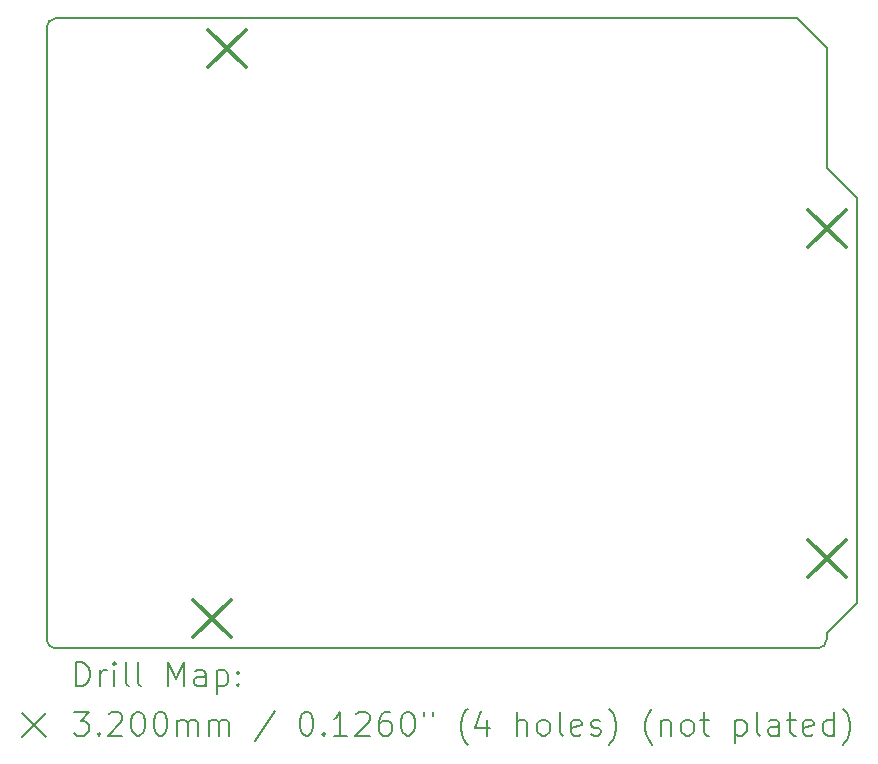
<source format=gbr>
%TF.GenerationSoftware,KiCad,Pcbnew,(6.0.10-0)*%
%TF.CreationDate,2023-01-28T21:33:12-05:00*%
%TF.ProjectId,AWB-0412_HeroShield,4157422d-3034-4313-925f-4865726f5368,rev?*%
%TF.SameCoordinates,Original*%
%TF.FileFunction,Drillmap*%
%TF.FilePolarity,Positive*%
%FSLAX45Y45*%
G04 Gerber Fmt 4.5, Leading zero omitted, Abs format (unit mm)*
G04 Created by KiCad (PCBNEW (6.0.10-0)) date 2023-01-28 21:33:12*
%MOMM*%
%LPD*%
G01*
G04 APERTURE LIST*
%ADD10C,0.150000*%
%ADD11C,0.200000*%
%ADD12C,0.320000*%
G04 APERTURE END LIST*
D10*
X16604000Y-5936000D02*
X16858000Y-6190000D01*
X10000000Y-9923800D02*
X10000000Y-4742200D01*
X16858000Y-6190000D02*
X16858000Y-9619000D01*
X16527800Y-10000000D02*
X10076200Y-10000000D01*
X10076200Y-4666000D02*
X16350000Y-4666000D01*
X10000000Y-9923800D02*
G75*
G03*
X10076200Y-10000000I76200J0D01*
G01*
X16858000Y-9619000D02*
X16604000Y-9873000D01*
X16350000Y-4666000D02*
X16604000Y-4920000D01*
X16527800Y-10000000D02*
G75*
G03*
X16604000Y-9923800I0J76200D01*
G01*
X16604000Y-4920000D02*
X16604000Y-5936000D01*
X16604000Y-9873000D02*
X16604000Y-9923800D01*
X10076200Y-4666000D02*
G75*
G03*
X10000000Y-4742200I0J-76200D01*
G01*
D11*
D12*
X11237000Y-9586000D02*
X11557000Y-9906000D01*
X11557000Y-9586000D02*
X11237000Y-9906000D01*
X11364000Y-4760000D02*
X11684000Y-5080000D01*
X11684000Y-4760000D02*
X11364000Y-5080000D01*
X16444000Y-6284000D02*
X16764000Y-6604000D01*
X16764000Y-6284000D02*
X16444000Y-6604000D01*
X16444000Y-9078000D02*
X16764000Y-9398000D01*
X16764000Y-9078000D02*
X16444000Y-9398000D01*
D11*
X10250119Y-10317976D02*
X10250119Y-10117976D01*
X10297738Y-10117976D01*
X10326310Y-10127500D01*
X10345357Y-10146548D01*
X10354881Y-10165595D01*
X10364405Y-10203690D01*
X10364405Y-10232262D01*
X10354881Y-10270357D01*
X10345357Y-10289405D01*
X10326310Y-10308452D01*
X10297738Y-10317976D01*
X10250119Y-10317976D01*
X10450119Y-10317976D02*
X10450119Y-10184643D01*
X10450119Y-10222738D02*
X10459643Y-10203690D01*
X10469167Y-10194167D01*
X10488214Y-10184643D01*
X10507262Y-10184643D01*
X10573929Y-10317976D02*
X10573929Y-10184643D01*
X10573929Y-10117976D02*
X10564405Y-10127500D01*
X10573929Y-10137024D01*
X10583452Y-10127500D01*
X10573929Y-10117976D01*
X10573929Y-10137024D01*
X10697738Y-10317976D02*
X10678690Y-10308452D01*
X10669167Y-10289405D01*
X10669167Y-10117976D01*
X10802500Y-10317976D02*
X10783452Y-10308452D01*
X10773929Y-10289405D01*
X10773929Y-10117976D01*
X11031071Y-10317976D02*
X11031071Y-10117976D01*
X11097738Y-10260833D01*
X11164405Y-10117976D01*
X11164405Y-10317976D01*
X11345357Y-10317976D02*
X11345357Y-10213214D01*
X11335833Y-10194167D01*
X11316786Y-10184643D01*
X11278690Y-10184643D01*
X11259643Y-10194167D01*
X11345357Y-10308452D02*
X11326309Y-10317976D01*
X11278690Y-10317976D01*
X11259643Y-10308452D01*
X11250119Y-10289405D01*
X11250119Y-10270357D01*
X11259643Y-10251310D01*
X11278690Y-10241786D01*
X11326309Y-10241786D01*
X11345357Y-10232262D01*
X11440595Y-10184643D02*
X11440595Y-10384643D01*
X11440595Y-10194167D02*
X11459643Y-10184643D01*
X11497738Y-10184643D01*
X11516786Y-10194167D01*
X11526309Y-10203690D01*
X11535833Y-10222738D01*
X11535833Y-10279881D01*
X11526309Y-10298929D01*
X11516786Y-10308452D01*
X11497738Y-10317976D01*
X11459643Y-10317976D01*
X11440595Y-10308452D01*
X11621548Y-10298929D02*
X11631071Y-10308452D01*
X11621548Y-10317976D01*
X11612024Y-10308452D01*
X11621548Y-10298929D01*
X11621548Y-10317976D01*
X11621548Y-10194167D02*
X11631071Y-10203690D01*
X11621548Y-10213214D01*
X11612024Y-10203690D01*
X11621548Y-10194167D01*
X11621548Y-10213214D01*
X9792500Y-10547500D02*
X9992500Y-10747500D01*
X9992500Y-10547500D02*
X9792500Y-10747500D01*
X10231071Y-10537976D02*
X10354881Y-10537976D01*
X10288214Y-10614167D01*
X10316786Y-10614167D01*
X10335833Y-10623690D01*
X10345357Y-10633214D01*
X10354881Y-10652262D01*
X10354881Y-10699881D01*
X10345357Y-10718929D01*
X10335833Y-10728452D01*
X10316786Y-10737976D01*
X10259643Y-10737976D01*
X10240595Y-10728452D01*
X10231071Y-10718929D01*
X10440595Y-10718929D02*
X10450119Y-10728452D01*
X10440595Y-10737976D01*
X10431071Y-10728452D01*
X10440595Y-10718929D01*
X10440595Y-10737976D01*
X10526310Y-10557024D02*
X10535833Y-10547500D01*
X10554881Y-10537976D01*
X10602500Y-10537976D01*
X10621548Y-10547500D01*
X10631071Y-10557024D01*
X10640595Y-10576071D01*
X10640595Y-10595119D01*
X10631071Y-10623690D01*
X10516786Y-10737976D01*
X10640595Y-10737976D01*
X10764405Y-10537976D02*
X10783452Y-10537976D01*
X10802500Y-10547500D01*
X10812024Y-10557024D01*
X10821548Y-10576071D01*
X10831071Y-10614167D01*
X10831071Y-10661786D01*
X10821548Y-10699881D01*
X10812024Y-10718929D01*
X10802500Y-10728452D01*
X10783452Y-10737976D01*
X10764405Y-10737976D01*
X10745357Y-10728452D01*
X10735833Y-10718929D01*
X10726310Y-10699881D01*
X10716786Y-10661786D01*
X10716786Y-10614167D01*
X10726310Y-10576071D01*
X10735833Y-10557024D01*
X10745357Y-10547500D01*
X10764405Y-10537976D01*
X10954881Y-10537976D02*
X10973929Y-10537976D01*
X10992976Y-10547500D01*
X11002500Y-10557024D01*
X11012024Y-10576071D01*
X11021548Y-10614167D01*
X11021548Y-10661786D01*
X11012024Y-10699881D01*
X11002500Y-10718929D01*
X10992976Y-10728452D01*
X10973929Y-10737976D01*
X10954881Y-10737976D01*
X10935833Y-10728452D01*
X10926310Y-10718929D01*
X10916786Y-10699881D01*
X10907262Y-10661786D01*
X10907262Y-10614167D01*
X10916786Y-10576071D01*
X10926310Y-10557024D01*
X10935833Y-10547500D01*
X10954881Y-10537976D01*
X11107262Y-10737976D02*
X11107262Y-10604643D01*
X11107262Y-10623690D02*
X11116786Y-10614167D01*
X11135833Y-10604643D01*
X11164405Y-10604643D01*
X11183452Y-10614167D01*
X11192976Y-10633214D01*
X11192976Y-10737976D01*
X11192976Y-10633214D02*
X11202500Y-10614167D01*
X11221548Y-10604643D01*
X11250119Y-10604643D01*
X11269167Y-10614167D01*
X11278690Y-10633214D01*
X11278690Y-10737976D01*
X11373928Y-10737976D02*
X11373928Y-10604643D01*
X11373928Y-10623690D02*
X11383452Y-10614167D01*
X11402500Y-10604643D01*
X11431071Y-10604643D01*
X11450119Y-10614167D01*
X11459643Y-10633214D01*
X11459643Y-10737976D01*
X11459643Y-10633214D02*
X11469167Y-10614167D01*
X11488214Y-10604643D01*
X11516786Y-10604643D01*
X11535833Y-10614167D01*
X11545357Y-10633214D01*
X11545357Y-10737976D01*
X11935833Y-10528452D02*
X11764405Y-10785595D01*
X12192976Y-10537976D02*
X12212024Y-10537976D01*
X12231071Y-10547500D01*
X12240595Y-10557024D01*
X12250119Y-10576071D01*
X12259643Y-10614167D01*
X12259643Y-10661786D01*
X12250119Y-10699881D01*
X12240595Y-10718929D01*
X12231071Y-10728452D01*
X12212024Y-10737976D01*
X12192976Y-10737976D01*
X12173928Y-10728452D01*
X12164405Y-10718929D01*
X12154881Y-10699881D01*
X12145357Y-10661786D01*
X12145357Y-10614167D01*
X12154881Y-10576071D01*
X12164405Y-10557024D01*
X12173928Y-10547500D01*
X12192976Y-10537976D01*
X12345357Y-10718929D02*
X12354881Y-10728452D01*
X12345357Y-10737976D01*
X12335833Y-10728452D01*
X12345357Y-10718929D01*
X12345357Y-10737976D01*
X12545357Y-10737976D02*
X12431071Y-10737976D01*
X12488214Y-10737976D02*
X12488214Y-10537976D01*
X12469167Y-10566548D01*
X12450119Y-10585595D01*
X12431071Y-10595119D01*
X12621548Y-10557024D02*
X12631071Y-10547500D01*
X12650119Y-10537976D01*
X12697738Y-10537976D01*
X12716786Y-10547500D01*
X12726309Y-10557024D01*
X12735833Y-10576071D01*
X12735833Y-10595119D01*
X12726309Y-10623690D01*
X12612024Y-10737976D01*
X12735833Y-10737976D01*
X12907262Y-10537976D02*
X12869167Y-10537976D01*
X12850119Y-10547500D01*
X12840595Y-10557024D01*
X12821548Y-10585595D01*
X12812024Y-10623690D01*
X12812024Y-10699881D01*
X12821548Y-10718929D01*
X12831071Y-10728452D01*
X12850119Y-10737976D01*
X12888214Y-10737976D01*
X12907262Y-10728452D01*
X12916786Y-10718929D01*
X12926309Y-10699881D01*
X12926309Y-10652262D01*
X12916786Y-10633214D01*
X12907262Y-10623690D01*
X12888214Y-10614167D01*
X12850119Y-10614167D01*
X12831071Y-10623690D01*
X12821548Y-10633214D01*
X12812024Y-10652262D01*
X13050119Y-10537976D02*
X13069167Y-10537976D01*
X13088214Y-10547500D01*
X13097738Y-10557024D01*
X13107262Y-10576071D01*
X13116786Y-10614167D01*
X13116786Y-10661786D01*
X13107262Y-10699881D01*
X13097738Y-10718929D01*
X13088214Y-10728452D01*
X13069167Y-10737976D01*
X13050119Y-10737976D01*
X13031071Y-10728452D01*
X13021548Y-10718929D01*
X13012024Y-10699881D01*
X13002500Y-10661786D01*
X13002500Y-10614167D01*
X13012024Y-10576071D01*
X13021548Y-10557024D01*
X13031071Y-10547500D01*
X13050119Y-10537976D01*
X13192976Y-10537976D02*
X13192976Y-10576071D01*
X13269167Y-10537976D02*
X13269167Y-10576071D01*
X13564405Y-10814167D02*
X13554881Y-10804643D01*
X13535833Y-10776071D01*
X13526309Y-10757024D01*
X13516786Y-10728452D01*
X13507262Y-10680833D01*
X13507262Y-10642738D01*
X13516786Y-10595119D01*
X13526309Y-10566548D01*
X13535833Y-10547500D01*
X13554881Y-10518929D01*
X13564405Y-10509405D01*
X13726309Y-10604643D02*
X13726309Y-10737976D01*
X13678690Y-10528452D02*
X13631071Y-10671310D01*
X13754881Y-10671310D01*
X13983452Y-10737976D02*
X13983452Y-10537976D01*
X14069167Y-10737976D02*
X14069167Y-10633214D01*
X14059643Y-10614167D01*
X14040595Y-10604643D01*
X14012024Y-10604643D01*
X13992976Y-10614167D01*
X13983452Y-10623690D01*
X14192976Y-10737976D02*
X14173928Y-10728452D01*
X14164405Y-10718929D01*
X14154881Y-10699881D01*
X14154881Y-10642738D01*
X14164405Y-10623690D01*
X14173928Y-10614167D01*
X14192976Y-10604643D01*
X14221548Y-10604643D01*
X14240595Y-10614167D01*
X14250119Y-10623690D01*
X14259643Y-10642738D01*
X14259643Y-10699881D01*
X14250119Y-10718929D01*
X14240595Y-10728452D01*
X14221548Y-10737976D01*
X14192976Y-10737976D01*
X14373928Y-10737976D02*
X14354881Y-10728452D01*
X14345357Y-10709405D01*
X14345357Y-10537976D01*
X14526309Y-10728452D02*
X14507262Y-10737976D01*
X14469167Y-10737976D01*
X14450119Y-10728452D01*
X14440595Y-10709405D01*
X14440595Y-10633214D01*
X14450119Y-10614167D01*
X14469167Y-10604643D01*
X14507262Y-10604643D01*
X14526309Y-10614167D01*
X14535833Y-10633214D01*
X14535833Y-10652262D01*
X14440595Y-10671310D01*
X14612024Y-10728452D02*
X14631071Y-10737976D01*
X14669167Y-10737976D01*
X14688214Y-10728452D01*
X14697738Y-10709405D01*
X14697738Y-10699881D01*
X14688214Y-10680833D01*
X14669167Y-10671310D01*
X14640595Y-10671310D01*
X14621548Y-10661786D01*
X14612024Y-10642738D01*
X14612024Y-10633214D01*
X14621548Y-10614167D01*
X14640595Y-10604643D01*
X14669167Y-10604643D01*
X14688214Y-10614167D01*
X14764405Y-10814167D02*
X14773928Y-10804643D01*
X14792976Y-10776071D01*
X14802500Y-10757024D01*
X14812024Y-10728452D01*
X14821548Y-10680833D01*
X14821548Y-10642738D01*
X14812024Y-10595119D01*
X14802500Y-10566548D01*
X14792976Y-10547500D01*
X14773928Y-10518929D01*
X14764405Y-10509405D01*
X15126309Y-10814167D02*
X15116786Y-10804643D01*
X15097738Y-10776071D01*
X15088214Y-10757024D01*
X15078690Y-10728452D01*
X15069167Y-10680833D01*
X15069167Y-10642738D01*
X15078690Y-10595119D01*
X15088214Y-10566548D01*
X15097738Y-10547500D01*
X15116786Y-10518929D01*
X15126309Y-10509405D01*
X15202500Y-10604643D02*
X15202500Y-10737976D01*
X15202500Y-10623690D02*
X15212024Y-10614167D01*
X15231071Y-10604643D01*
X15259643Y-10604643D01*
X15278690Y-10614167D01*
X15288214Y-10633214D01*
X15288214Y-10737976D01*
X15412024Y-10737976D02*
X15392976Y-10728452D01*
X15383452Y-10718929D01*
X15373928Y-10699881D01*
X15373928Y-10642738D01*
X15383452Y-10623690D01*
X15392976Y-10614167D01*
X15412024Y-10604643D01*
X15440595Y-10604643D01*
X15459643Y-10614167D01*
X15469167Y-10623690D01*
X15478690Y-10642738D01*
X15478690Y-10699881D01*
X15469167Y-10718929D01*
X15459643Y-10728452D01*
X15440595Y-10737976D01*
X15412024Y-10737976D01*
X15535833Y-10604643D02*
X15612024Y-10604643D01*
X15564405Y-10537976D02*
X15564405Y-10709405D01*
X15573928Y-10728452D01*
X15592976Y-10737976D01*
X15612024Y-10737976D01*
X15831071Y-10604643D02*
X15831071Y-10804643D01*
X15831071Y-10614167D02*
X15850119Y-10604643D01*
X15888214Y-10604643D01*
X15907262Y-10614167D01*
X15916786Y-10623690D01*
X15926309Y-10642738D01*
X15926309Y-10699881D01*
X15916786Y-10718929D01*
X15907262Y-10728452D01*
X15888214Y-10737976D01*
X15850119Y-10737976D01*
X15831071Y-10728452D01*
X16040595Y-10737976D02*
X16021548Y-10728452D01*
X16012024Y-10709405D01*
X16012024Y-10537976D01*
X16202500Y-10737976D02*
X16202500Y-10633214D01*
X16192976Y-10614167D01*
X16173928Y-10604643D01*
X16135833Y-10604643D01*
X16116786Y-10614167D01*
X16202500Y-10728452D02*
X16183452Y-10737976D01*
X16135833Y-10737976D01*
X16116786Y-10728452D01*
X16107262Y-10709405D01*
X16107262Y-10690357D01*
X16116786Y-10671310D01*
X16135833Y-10661786D01*
X16183452Y-10661786D01*
X16202500Y-10652262D01*
X16269167Y-10604643D02*
X16345357Y-10604643D01*
X16297738Y-10537976D02*
X16297738Y-10709405D01*
X16307262Y-10728452D01*
X16326309Y-10737976D01*
X16345357Y-10737976D01*
X16488214Y-10728452D02*
X16469167Y-10737976D01*
X16431071Y-10737976D01*
X16412024Y-10728452D01*
X16402500Y-10709405D01*
X16402500Y-10633214D01*
X16412024Y-10614167D01*
X16431071Y-10604643D01*
X16469167Y-10604643D01*
X16488214Y-10614167D01*
X16497738Y-10633214D01*
X16497738Y-10652262D01*
X16402500Y-10671310D01*
X16669167Y-10737976D02*
X16669167Y-10537976D01*
X16669167Y-10728452D02*
X16650119Y-10737976D01*
X16612024Y-10737976D01*
X16592976Y-10728452D01*
X16583452Y-10718929D01*
X16573928Y-10699881D01*
X16573928Y-10642738D01*
X16583452Y-10623690D01*
X16592976Y-10614167D01*
X16612024Y-10604643D01*
X16650119Y-10604643D01*
X16669167Y-10614167D01*
X16745357Y-10814167D02*
X16754881Y-10804643D01*
X16773928Y-10776071D01*
X16783452Y-10757024D01*
X16792976Y-10728452D01*
X16802500Y-10680833D01*
X16802500Y-10642738D01*
X16792976Y-10595119D01*
X16783452Y-10566548D01*
X16773928Y-10547500D01*
X16754881Y-10518929D01*
X16745357Y-10509405D01*
M02*

</source>
